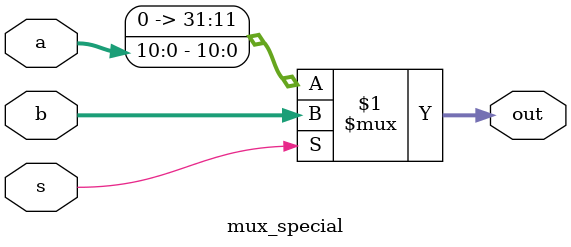
<source format=sv>
module mux_special(
    input [10:0] a,
    input [31:0] b,
    input s,
    output logic [31:0] out 
);

assign out = (s)?b:{21'b0,a[10:0]};
    
endmodule
</source>
